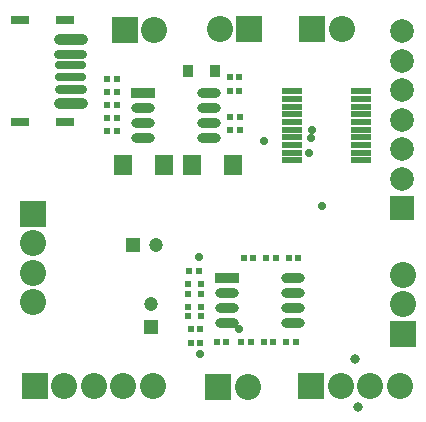
<source format=gts>
G04*
G04 #@! TF.GenerationSoftware,Altium Limited,Altium Designer,21.0.8 (223)*
G04*
G04 Layer_Color=8388736*
%FSLAX25Y25*%
%MOIN*%
G70*
G04*
G04 #@! TF.SameCoordinates,8682EA25-DCF7-411F-8805-334446643B85*
G04*
G04*
G04 #@! TF.FilePolarity,Negative*
G04*
G01*
G75*
%ADD26C,0.03543*%
%ADD27C,0.03150*%
%ADD28C,0.02756*%
%ADD29R,0.02362X0.02362*%
%ADD30R,0.03556X0.04147*%
%ADD31R,0.07887X0.03359*%
%ADD32O,0.07887X0.03359*%
%ADD33R,0.06299X0.06693*%
%ADD34R,0.02362X0.02362*%
%ADD35R,0.07099X0.02375*%
%ADD36R,0.08674X0.08674*%
%ADD37C,0.08674*%
%ADD38C,0.07887*%
%ADD39R,0.07887X0.07887*%
%ADD40R,0.08674X0.08674*%
G04:AMPARAMS|DCode=41|XSize=63.12mil|YSize=27.69mil|CornerRadius=8.92mil|HoleSize=0mil|Usage=FLASHONLY|Rotation=0.000|XOffset=0mil|YOffset=0mil|HoleType=Round|Shape=RoundedRectangle|*
%AMROUNDEDRECTD41*
21,1,0.06312,0.00984,0,0,0.0*
21,1,0.04528,0.02769,0,0,0.0*
1,1,0.01784,0.02264,-0.00492*
1,1,0.01784,-0.02264,-0.00492*
1,1,0.01784,-0.02264,0.00492*
1,1,0.01784,0.02264,0.00492*
%
%ADD41ROUNDEDRECTD41*%
%ADD42R,0.04737X0.04737*%
%ADD43C,0.04737*%
%ADD44R,0.04737X0.04737*%
%ADD45C,0.02769*%
%ADD46C,0.03162*%
D26*
X19408Y110738D02*
X27283D01*
X19408Y132234D02*
X27283D01*
D27*
X19408Y115581D02*
X27283D01*
X19291Y127264D02*
X27165D01*
D28*
X19408Y119518D02*
X27283D01*
X19408Y123455D02*
X27283D01*
D29*
X35630Y101476D02*
D03*
X38780D02*
D03*
Y110236D02*
D03*
X35630D02*
D03*
X76575Y101870D02*
D03*
X79724D02*
D03*
Y106102D02*
D03*
X76575D02*
D03*
X35630Y114665D02*
D03*
X38780D02*
D03*
Y118996D02*
D03*
X35630D02*
D03*
X66535Y30807D02*
D03*
X63386D02*
D03*
X99213Y59153D02*
D03*
X96063D02*
D03*
X88583D02*
D03*
X91732D02*
D03*
X84252D02*
D03*
X81102D02*
D03*
X66535Y35531D02*
D03*
X63386D02*
D03*
X98425Y31201D02*
D03*
X95276D02*
D03*
X90945D02*
D03*
X87795D02*
D03*
X83465D02*
D03*
X80315D02*
D03*
X75197D02*
D03*
X72047D02*
D03*
X62992Y54823D02*
D03*
X66142D02*
D03*
X79528Y119390D02*
D03*
X76378D02*
D03*
X76476Y114764D02*
D03*
X79626D02*
D03*
X35630Y105905D02*
D03*
X38780D02*
D03*
D30*
X62500Y121555D02*
D03*
X71555D02*
D03*
D31*
X47343Y114094D02*
D03*
X75591Y52480D02*
D03*
D32*
X47343Y109095D02*
D03*
Y104095D02*
D03*
Y99094D02*
D03*
X69390Y114094D02*
D03*
Y109095D02*
D03*
Y104095D02*
D03*
Y99094D02*
D03*
X97638Y37480D02*
D03*
Y42480D02*
D03*
Y47480D02*
D03*
Y52480D02*
D03*
X75591Y37480D02*
D03*
Y42480D02*
D03*
Y47480D02*
D03*
D33*
X77658Y90158D02*
D03*
X63878D02*
D03*
X40846Y90256D02*
D03*
X54626D02*
D03*
D34*
X62598Y47343D02*
D03*
Y50492D02*
D03*
Y39862D02*
D03*
Y43012D02*
D03*
X66929D02*
D03*
Y39862D02*
D03*
Y47343D02*
D03*
Y50492D02*
D03*
D35*
X120079Y114764D02*
D03*
Y112205D02*
D03*
Y109646D02*
D03*
Y107087D02*
D03*
Y104528D02*
D03*
Y101969D02*
D03*
Y99410D02*
D03*
Y96850D02*
D03*
Y94291D02*
D03*
Y91732D02*
D03*
X97244Y114764D02*
D03*
Y112205D02*
D03*
Y109646D02*
D03*
Y107087D02*
D03*
Y96850D02*
D03*
Y91732D02*
D03*
Y94291D02*
D03*
Y99410D02*
D03*
Y101969D02*
D03*
Y104528D02*
D03*
D36*
X10827Y73917D02*
D03*
X134252Y33957D02*
D03*
D37*
X10827Y64075D02*
D03*
Y54232D02*
D03*
Y44390D02*
D03*
X113779Y135433D02*
D03*
X51181Y135236D02*
D03*
X134252Y53642D02*
D03*
Y43799D02*
D03*
X113386Y16634D02*
D03*
X123228D02*
D03*
X133071D02*
D03*
X82480Y16240D02*
D03*
X73032Y135433D02*
D03*
X50787Y16634D02*
D03*
X21260D02*
D03*
X31102D02*
D03*
X40945D02*
D03*
D38*
X133858Y105217D02*
D03*
Y95374D02*
D03*
Y85532D02*
D03*
Y115059D02*
D03*
Y124902D02*
D03*
Y134744D02*
D03*
D39*
Y75689D02*
D03*
D40*
X103937Y135433D02*
D03*
X41339Y135236D02*
D03*
X103543Y16634D02*
D03*
X72638Y16240D02*
D03*
X82874Y135433D02*
D03*
X11417Y16634D02*
D03*
D41*
X6416Y138573D02*
D03*
X21377D02*
D03*
Y104557D02*
D03*
X6416D02*
D03*
D42*
X50098Y36024D02*
D03*
D43*
Y43898D02*
D03*
X51968Y63386D02*
D03*
D44*
X44094D02*
D03*
D45*
X79626Y35531D02*
D03*
X103593Y99065D02*
D03*
X66191Y59597D02*
D03*
X95079Y52264D02*
D03*
X107087Y76378D02*
D03*
X103937Y101969D02*
D03*
X66339Y27165D02*
D03*
X102756Y94095D02*
D03*
X87908Y98313D02*
D03*
D46*
X118307Y25591D02*
D03*
X119291Y9449D02*
D03*
M02*

</source>
